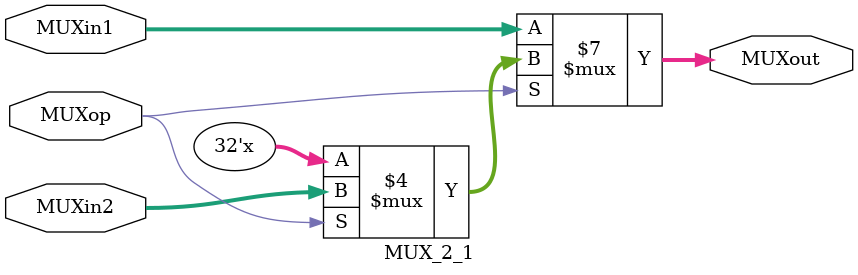
<source format=v>
module MUX_2_1
(
	input [WIDTH-1:0] MUXin1,
	input [WIDTH-1:0] MUXin2,
	input MUXop,
	output reg [WIDTH-1:0] MUXout
);
parameter WIDTH=32;

	always@(*)
		if(MUXop==0)
			MUXout<=MUXin1;
		else if(MUXop==1)
			MUXout<=MUXin2;
			
endmodule 
</source>
